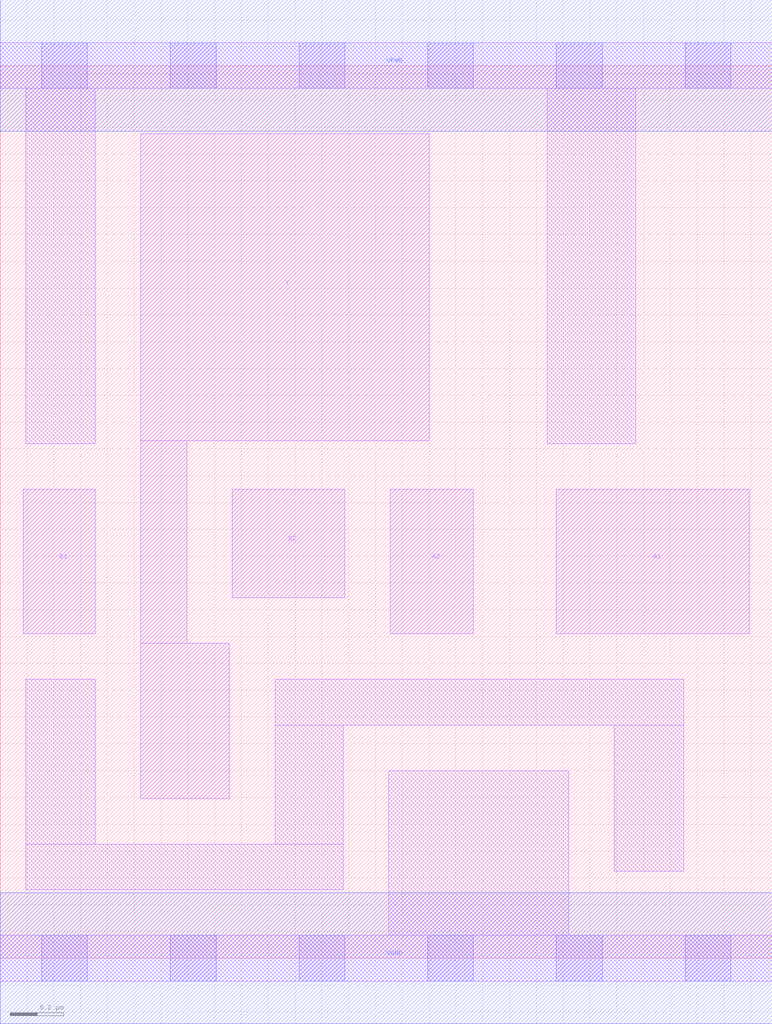
<source format=lef>
# Copyright 2020 The SkyWater PDK Authors
#
# Licensed under the Apache License, Version 2.0 (the "License");
# you may not use this file except in compliance with the License.
# You may obtain a copy of the License at
#
#     https://www.apache.org/licenses/LICENSE-2.0
#
# Unless required by applicable law or agreed to in writing, software
# distributed under the License is distributed on an "AS IS" BASIS,
# WITHOUT WARRANTIES OR CONDITIONS OF ANY KIND, either express or implied.
# See the License for the specific language governing permissions and
# limitations under the License.
#
# SPDX-License-Identifier: Apache-2.0

VERSION 5.7 ;
  NAMESCASESENSITIVE ON ;
  NOWIREEXTENSIONATPIN ON ;
  DIVIDERCHAR "/" ;
  BUSBITCHARS "[]" ;
UNITS
  DATABASE MICRONS 200 ;
END UNITS
MACRO sky130_fd_sc_lp__o22ai_1
  CLASS CORE ;
  SOURCE USER ;
  FOREIGN sky130_fd_sc_lp__o22ai_1 ;
  ORIGIN  0.000000  0.000000 ;
  SIZE  2.880000 BY  3.330000 ;
  SYMMETRY X Y R90 ;
  SITE unit ;
  PIN A1
    ANTENNAGATEAREA  0.315000 ;
    DIRECTION INPUT ;
    USE SIGNAL ;
    PORT
      LAYER li1 ;
        RECT 2.075000 1.210000 2.795000 1.750000 ;
    END
  END A1
  PIN A2
    ANTENNAGATEAREA  0.315000 ;
    DIRECTION INPUT ;
    USE SIGNAL ;
    PORT
      LAYER li1 ;
        RECT 1.455000 1.210000 1.765000 1.750000 ;
    END
  END A2
  PIN B1
    ANTENNAGATEAREA  0.315000 ;
    DIRECTION INPUT ;
    USE SIGNAL ;
    PORT
      LAYER li1 ;
        RECT 0.085000 1.210000 0.355000 1.750000 ;
    END
  END B1
  PIN B2
    ANTENNAGATEAREA  0.315000 ;
    DIRECTION INPUT ;
    USE SIGNAL ;
    PORT
      LAYER li1 ;
        RECT 0.865000 1.345000 1.285000 1.750000 ;
    END
  END B2
  PIN Y
    ANTENNADIFFAREA  1.047900 ;
    DIRECTION OUTPUT ;
    USE SIGNAL ;
    PORT
      LAYER li1 ;
        RECT 0.525000 0.595000 0.855000 1.175000 ;
        RECT 0.525000 1.175000 0.695000 1.930000 ;
        RECT 0.525000 1.930000 1.600000 3.075000 ;
    END
  END Y
  PIN VGND
    DIRECTION INOUT ;
    USE GROUND ;
    PORT
      LAYER met1 ;
        RECT 0.000000 -0.245000 2.880000 0.245000 ;
    END
  END VGND
  PIN VPWR
    DIRECTION INOUT ;
    USE POWER ;
    PORT
      LAYER met1 ;
        RECT 0.000000 3.085000 2.880000 3.575000 ;
    END
  END VPWR
  OBS
    LAYER li1 ;
      RECT 0.000000 -0.085000 2.880000 0.085000 ;
      RECT 0.000000  3.245000 2.880000 3.415000 ;
      RECT 0.095000  0.255000 1.280000 0.425000 ;
      RECT 0.095000  0.425000 0.355000 1.040000 ;
      RECT 0.095000  1.920000 0.355000 3.245000 ;
      RECT 1.025000  0.425000 1.280000 0.870000 ;
      RECT 1.025000  0.870000 2.550000 1.040000 ;
      RECT 1.450000  0.085000 2.120000 0.700000 ;
      RECT 2.040000  1.920000 2.370000 3.245000 ;
      RECT 2.290000  0.325000 2.550000 0.870000 ;
    LAYER mcon ;
      RECT 0.155000 -0.085000 0.325000 0.085000 ;
      RECT 0.155000  3.245000 0.325000 3.415000 ;
      RECT 0.635000 -0.085000 0.805000 0.085000 ;
      RECT 0.635000  3.245000 0.805000 3.415000 ;
      RECT 1.115000 -0.085000 1.285000 0.085000 ;
      RECT 1.115000  3.245000 1.285000 3.415000 ;
      RECT 1.595000 -0.085000 1.765000 0.085000 ;
      RECT 1.595000  3.245000 1.765000 3.415000 ;
      RECT 2.075000 -0.085000 2.245000 0.085000 ;
      RECT 2.075000  3.245000 2.245000 3.415000 ;
      RECT 2.555000 -0.085000 2.725000 0.085000 ;
      RECT 2.555000  3.245000 2.725000 3.415000 ;
  END
END sky130_fd_sc_lp__o22ai_1

</source>
